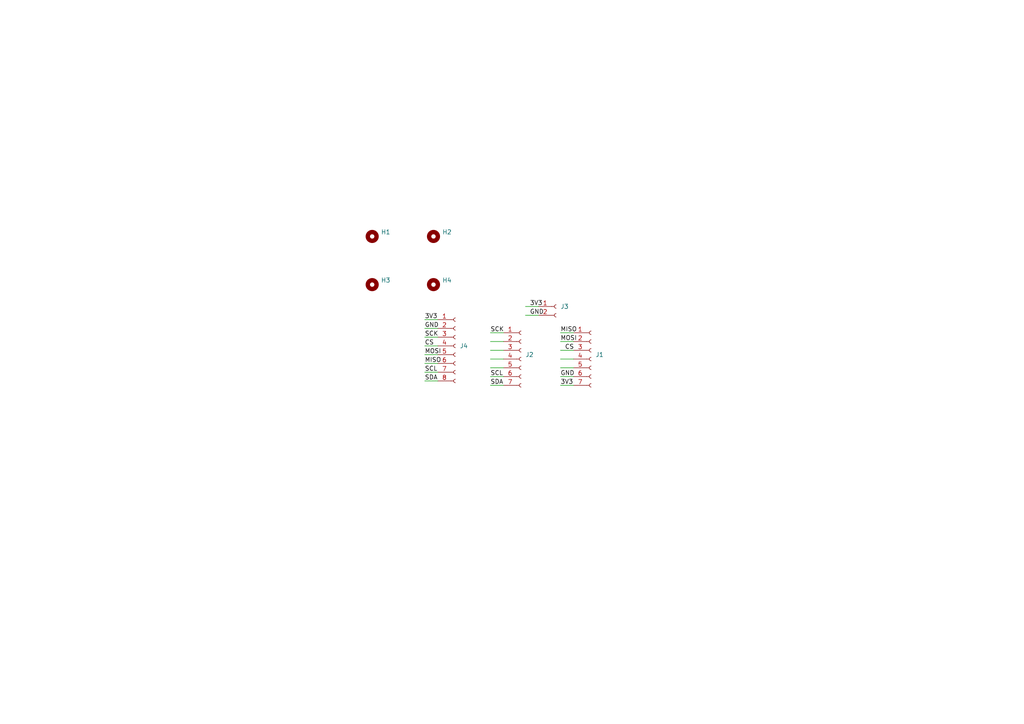
<source format=kicad_sch>
(kicad_sch (version 20250114) (generator "eeschema") (generator_version "9.0")
  (paper "A4")
  (lib_symbols
    (symbol "Connector:Conn_01x02_Socket" (pin_names (offset 1.016) (hide yes))
      (property "Reference" "J" (at 0 2.54 0))
      (property "Value" "Conn_01x02_Socket" (at 0 -5.08 0))
      (symbol "Conn_01x02_Socket_1_1"
        (polyline (pts (xy -1.27 0) (xy -0.508 0)) (stroke (width 0.1524)))
        (polyline (pts (xy -1.27 -2.54) (xy -0.508 -2.54)) (stroke (width 0.1524)))
        (arc (start 0 -0.508) (mid -0.5058 0) (end 0 0.508) (stroke (width 0.1524)))
        (arc (start 0 -3.048) (mid -0.5058 -2.54) (end 0 -2.032) (stroke (width 0.1524)))
        (pin passive line (at -5.08 0 0) (length 3.81) (name "Pin_1") (number "1"))
        (pin passive line (at -5.08 -2.54 0) (length 3.81) (name "Pin_2") (number "2"))
      )
    )
    (symbol "Connector:Conn_01x07_Socket" (pin_names (offset 1.016) (hide yes))
      (property "Reference" "J" (at 0 10.16 0))
      (property "Value" "Conn_01x07_Socket" (at 0 -10.16 0))
      (symbol "Conn_01x07_Socket_1_1"
        (polyline (pts (xy -1.27 7.62) (xy -0.508 7.62)) (stroke (width 0.1524)))
        (polyline (pts (xy -1.27 5.08) (xy -0.508 5.08)) (stroke (width 0.1524)))
        (polyline (pts (xy -1.27 2.54) (xy -0.508 2.54)) (stroke (width 0.1524)))
        (polyline (pts (xy -1.27 0) (xy -0.508 0)) (stroke (width 0.1524)))
        (polyline (pts (xy -1.27 -2.54) (xy -0.508 -2.54)) (stroke (width 0.1524)))
        (polyline (pts (xy -1.27 -5.08) (xy -0.508 -5.08)) (stroke (width 0.1524)))
        (polyline (pts (xy -1.27 -7.62) (xy -0.508 -7.62)) (stroke (width 0.1524)))
        (arc (start 0 7.112) (mid -0.5058 7.62) (end 0 8.128) (stroke (width 0.1524)))
        (arc (start 0 4.572) (mid -0.5058 5.08) (end 0 5.588) (stroke (width 0.1524)))
        (arc (start 0 2.032) (mid -0.5058 2.54) (end 0 3.048) (stroke (width 0.1524)))
        (arc (start 0 -0.508) (mid -0.5058 0) (end 0 0.508) (stroke (width 0.1524)))
        (arc (start 0 -3.048) (mid -0.5058 -2.54) (end 0 -2.032) (stroke (width 0.1524)))
        (arc (start 0 -5.588) (mid -0.5058 -5.08) (end 0 -4.572) (stroke (width 0.1524)))
        (arc (start 0 -8.128) (mid -0.5058 -7.62) (end 0 -7.112) (stroke (width 0.1524)))
        (pin passive line (at -5.08 7.62 0) (length 3.81) (name "Pin_1") (number "1"))
        (pin passive line (at -5.08 5.08 0) (length 3.81) (name "Pin_2") (number "2"))
        (pin passive line (at -5.08 2.54 0) (length 3.81) (name "Pin_3") (number "3"))
        (pin passive line (at -5.08 0 0) (length 3.81) (name "Pin_4") (number "4"))
        (pin passive line (at -5.08 -2.54 0) (length 3.81) (name "Pin_5") (number "5"))
        (pin passive line (at -5.08 -5.08 0) (length 3.81) (name "Pin_6") (number "6"))
        (pin passive line (at -5.08 -7.62 0) (length 3.81) (name "Pin_7") (number "7"))
      )
    )
    (symbol "Connector:Conn_01x08_Socket" (pin_names (offset 1.016) (hide yes))
      (property "Reference" "J" (at 0 10.16 0))
      (property "Value" "Conn_01x08_Socket" (at 0 -12.7 0))
      (symbol "Conn_01x08_Socket_1_1"
        (polyline (pts (xy -1.27 7.62) (xy -0.508 7.62)) (stroke (width 0.1524)))
        (polyline (pts (xy -1.27 5.08) (xy -0.508 5.08)) (stroke (width 0.1524)))
        (polyline (pts (xy -1.27 2.54) (xy -0.508 2.54)) (stroke (width 0.1524)))
        (polyline (pts (xy -1.27 0) (xy -0.508 0)) (stroke (width 0.1524)))
        (polyline (pts (xy -1.27 -2.54) (xy -0.508 -2.54)) (stroke (width 0.1524)))
        (polyline (pts (xy -1.27 -5.08) (xy -0.508 -5.08)) (stroke (width 0.1524)))
        (polyline (pts (xy -1.27 -7.62) (xy -0.508 -7.62)) (stroke (width 0.1524)))
        (polyline (pts (xy -1.27 -10.16) (xy -0.508 -10.16)) (stroke (width 0.1524)))
        (arc (start 0 7.112) (mid -0.5058 7.62) (end 0 8.128) (stroke (width 0.1524)))
        (arc (start 0 4.572) (mid -0.5058 5.08) (end 0 5.588) (stroke (width 0.1524)))
        (arc (start 0 2.032) (mid -0.5058 2.54) (end 0 3.048) (stroke (width 0.1524)))
        (arc (start 0 -0.508) (mid -0.5058 0) (end 0 0.508) (stroke (width 0.1524)))
        (arc (start 0 -3.048) (mid -0.5058 -2.54) (end 0 -2.032) (stroke (width 0.1524)))
        (arc (start 0 -5.588) (mid -0.5058 -5.08) (end 0 -4.572) (stroke (width 0.1524)))
        (arc (start 0 -8.128) (mid -0.5058 -7.62) (end 0 -7.112) (stroke (width 0.1524)))
        (arc (start 0 -10.668) (mid -0.5058 -10.16) (end 0 -9.652) (stroke (width 0.1524)))
        (pin passive line (at -5.08 7.62 0) (length 3.81) (name "Pin_1") (number "1"))
        (pin passive line (at -5.08 5.08 0) (length 3.81) (name "Pin_2") (number "2"))
        (pin passive line (at -5.08 2.54 0) (length 3.81) (name "Pin_3") (number "3"))
        (pin passive line (at -5.08 0 0) (length 3.81) (name "Pin_4") (number "4"))
        (pin passive line (at -5.08 -2.54 0) (length 3.81) (name "Pin_5") (number "5"))
        (pin passive line (at -5.08 -5.08 0) (length 3.81) (name "Pin_6") (number "6"))
        (pin passive line (at -5.08 -7.62 0) (length 3.81) (name "Pin_7") (number "7"))
        (pin passive line (at -5.08 -10.16 0) (length 3.81) (name "Pin_8") (number "8"))
      )
    )
    (symbol "Mechanical:MountingHole" (pin_names (offset 1.016)) (in_bom no)
      (property "Reference" "H" (at 0 5.08 0))
      (property "Value" "MountingHole" (at 0 3.175 0))
      (symbol "MountingHole_0_1"
        (circle (center 0 0) (radius 1.27) (stroke (width 1.27)))
      )
    )
  )
  (wire (pts (xy 142.24 104.14) (xy 146.05 104.14)))
  (wire (pts (xy 162.56 109.22) (xy 166.37 109.22)))
  (wire (pts (xy 123.19 105.41) (xy 127 105.41)))
  (wire (pts (xy 142.24 106.68) (xy 146.05 106.68)))
  (wire (pts (xy 152.4 91.44) (xy 156.21 91.44)))
  (wire (pts (xy 123.19 110.49) (xy 127 110.49)))
  (wire (pts (xy 162.56 106.68) (xy 166.37 106.68)))
  (wire (pts (xy 123.19 102.87) (xy 127 102.87)))
  (wire (pts (xy 142.24 101.6) (xy 146.05 101.6)))
  (wire (pts (xy 162.56 99.06) (xy 166.37 99.06)))
  (wire (pts (xy 123.19 92.71) (xy 127 92.71)))
  (wire (pts (xy 142.24 109.22) (xy 146.05 109.22)))
  (wire (pts (xy 162.56 111.76) (xy 166.37 111.76)))
  (wire (pts (xy 123.19 95.25) (xy 127 95.25)))
  (wire (pts (xy 162.56 104.14) (xy 166.37 104.14)))
  (wire (pts (xy 123.19 100.33) (xy 127 100.33)))
  (wire (pts (xy 162.56 96.52) (xy 166.37 96.52)))
  (wire (pts (xy 162.56 101.6) (xy 166.37 101.6)))
  (wire (pts (xy 152.4 88.9) (xy 156.21 88.9)))
  (wire (pts (xy 142.24 96.52) (xy 146.05 96.52)))
  (wire (pts (xy 142.24 111.76) (xy 146.05 111.76)))
  (wire (pts (xy 142.24 99.06) (xy 146.05 99.06)))
  (wire (pts (xy 123.19 97.79) (xy 127 97.79)))
  (wire (pts (xy 123.19 107.95) (xy 127 107.95)))
  (label "CS" (at 123.19 100.33 0))
  (label "SCK" (at 123.19 97.79 0))
  (label "3V3" (at 162.56 111.76 0))
  (label "SCL" (at 123.19 107.95 0))
  (label "3V3" (at 123.19 92.71 0))
  (label "GND" (at 153.67 91.44 0))
  (label "GND" (at 162.56 109.22 0))
  (label "3V3" (at 153.67 88.9 0))
  (label "GND" (at 123.19 95.25 0))
  (label "SCL" (at 142.24 109.22 0))
  (label "SCK" (at 142.24 96.52 0))
  (label "MISO" (at 162.56 96.52 0))
  (label "MISO" (at 123.19 105.41 0))
  (label "CS" (at 163.83 101.6 0))
  (label "SDA" (at 142.24 111.76 0))
  (label "SDA" (at 123.19 110.49 0))
  (label "MOSI" (at 162.56 99.06 0))
  (label "MOSI" (at 123.19 102.87 0))
  (symbol (lib_id "Connector:Conn_01x02_Socket") (at 161.29 88.9 0) (unit 1)
    (property "Reference" "J3" (at 162.56 88.8999 0) (effects (justify left)))
    (property "Value" "Conn_01x02_Socket" (effects (hide yes)))
    (property "Footprint" "Connector_PinSocket_2.54mm:PinSocket_1x02_P2.54mm_Vertical" (effects (hide yes)))
    (property "Description" "Generic connector, single row, 01x02, script generated" (effects (hide yes)))
  )
  (symbol (lib_id "Connector:Conn_01x08_Socket") (at 132.08 100.33 0) (unit 1)
    (property "Reference" "J4" (at 133.35 100.3299 0) (effects (justify left)))
    (property "Value" "Conn_01x08_Socket" (effects (hide yes)))
    (property "Footprint" "Connector_PinSocket_2.00mm:PinSocket_1x08_P2.00mm_Vertical" (effects (hide yes)))
    (property "Description" "Generic connector, single row, 01x08, script generated" (effects (hide yes)))
  )
  (symbol (lib_id "Connector:Conn_01x07_Socket") (at 171.45 104.14 0) (unit 1)
    (property "Reference" "J1" (at 172.72 102.8699 0) (effects (justify left)))
    (property "Value" "Conn_01x07_Socket" (effects (hide yes)))
    (property "Footprint" "Connector_PinSocket_2.54mm:PinSocket_1x07_P2.54mm_Vertical" (effects (hide yes)))
    (property "Description" "Generic connector, single row, 01x07, script generated" (effects (hide yes)))
  )
  (symbol (lib_id "Mechanical:MountingHole") (at 125.73 82.55 0) (unit 1) (in_bom no)
    (property "Reference" "H4" (at 128.27 81.2799 0) (effects (justify left)))
    (property "Value" "MountingHole" (effects (hide yes)))
    (property "Footprint" "MountingHole:MountingHole_2.5mm" (effects (hide yes)))
    (property "Description" "Mounting Hole without connection" (effects (hide yes)))
  )
  (symbol (lib_id "Mechanical:MountingHole") (at 107.95 82.55 0) (unit 1) (in_bom no)
    (property "Reference" "H3" (at 110.49 81.2799 0) (effects (justify left)))
    (property "Value" "MountingHole" (effects (hide yes)))
    (property "Footprint" "MountingHole:MountingHole_2.5mm" (effects (hide yes)))
    (property "Description" "Mounting Hole without connection" (effects (hide yes)))
  )
  (symbol (lib_id "Mechanical:MountingHole") (at 125.73 68.58 0) (unit 1) (in_bom no)
    (property "Reference" "H2" (at 128.27 67.3099 0) (effects (justify left)))
    (property "Value" "MountingHole" (effects (hide yes)))
    (property "Footprint" "MountingHole:MountingHole_2.5mm" (effects (hide yes)))
    (property "Description" "Mounting Hole without connection" (effects (hide yes)))
  )
  (symbol (lib_id "Connector:Conn_01x07_Socket") (at 151.13 104.14 0) (unit 1)
    (property "Reference" "J2" (at 152.4 102.8699 0) (effects (justify left)))
    (property "Value" "Conn_01x07_Socket" (effects (hide yes)))
    (property "Footprint" "Connector_PinSocket_2.54mm:PinSocket_1x07_P2.54mm_Vertical" (effects (hide yes)))
    (property "Description" "Generic connector, single row, 01x07, script generated" (effects (hide yes)))
  )
  (symbol (lib_id "Mechanical:MountingHole") (at 107.95 68.58 0) (unit 1) (in_bom no)
    (property "Reference" "H1" (at 110.49 67.3099 0) (effects (justify left)))
    (property "Value" "MountingHole" (effects (hide yes)))
    (property "Footprint" "MountingHole:MountingHole_2.5mm" (effects (hide yes)))
    (property "Description" "Mounting Hole without connection" (effects (hide yes)))
  )
)
</source>
